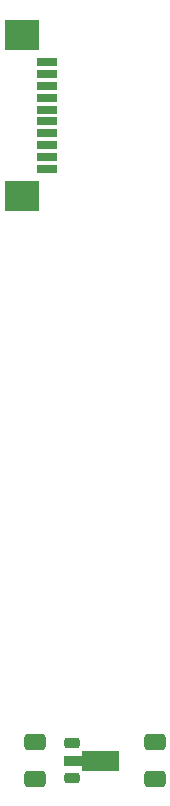
<source format=gbr>
%TF.GenerationSoftware,KiCad,Pcbnew,8.0.3-8.0.3-0~ubuntu22.04.1*%
%TF.CreationDate,2024-10-22T15:42:30+03:00*%
%TF.ProjectId,PM-Debug_v0.0.1,504d2d44-6562-4756-975f-76302e302e31,rev?*%
%TF.SameCoordinates,Original*%
%TF.FileFunction,Paste,Top*%
%TF.FilePolarity,Positive*%
%FSLAX46Y46*%
G04 Gerber Fmt 4.6, Leading zero omitted, Abs format (unit mm)*
G04 Created by KiCad (PCBNEW 8.0.3-8.0.3-0~ubuntu22.04.1) date 2024-10-22 15:42:30*
%MOMM*%
%LPD*%
G01*
G04 APERTURE LIST*
G04 Aperture macros list*
%AMRoundRect*
0 Rectangle with rounded corners*
0 $1 Rounding radius*
0 $2 $3 $4 $5 $6 $7 $8 $9 X,Y pos of 4 corners*
0 Add a 4 corners polygon primitive as box body*
4,1,4,$2,$3,$4,$5,$6,$7,$8,$9,$2,$3,0*
0 Add four circle primitives for the rounded corners*
1,1,$1+$1,$2,$3*
1,1,$1+$1,$4,$5*
1,1,$1+$1,$6,$7*
1,1,$1+$1,$8,$9*
0 Add four rect primitives between the rounded corners*
20,1,$1+$1,$2,$3,$4,$5,0*
20,1,$1+$1,$4,$5,$6,$7,0*
20,1,$1+$1,$6,$7,$8,$9,0*
20,1,$1+$1,$8,$9,$2,$3,0*%
%AMFreePoly0*
4,1,9,3.862500,-0.866500,0.737500,-0.866500,0.737500,-0.450000,-0.737500,-0.450000,-0.737500,0.450000,0.737500,0.450000,0.737500,0.866500,3.862500,0.866500,3.862500,-0.866500,3.862500,-0.866500,$1*%
G04 Aperture macros list end*
%ADD10RoundRect,0.225000X-0.425000X-0.225000X0.425000X-0.225000X0.425000X0.225000X-0.425000X0.225000X0*%
%ADD11FreePoly0,0.000000*%
%ADD12RoundRect,0.250000X0.650000X-0.412500X0.650000X0.412500X-0.650000X0.412500X-0.650000X-0.412500X0*%
%ADD13R,1.803400X0.635000*%
%ADD14R,2.997200X2.590800*%
G04 APERTURE END LIST*
D10*
%TO.C,U1*%
X109810000Y-120420000D03*
D11*
X109897500Y-121920000D03*
D10*
X109810000Y-123420000D03*
%TD*%
D12*
%TO.C,C2*%
X116840000Y-123482500D03*
X116840000Y-120357500D03*
%TD*%
%TO.C,C1*%
X106680000Y-123482500D03*
X106680000Y-120357500D03*
%TD*%
D13*
%TO.C,J1*%
X107696000Y-62810009D03*
X107696000Y-63810007D03*
X107696000Y-64810005D03*
X107696000Y-65810003D03*
X107696000Y-66810001D03*
X107696000Y-67809999D03*
X107696000Y-68809997D03*
X107696000Y-69809995D03*
X107696000Y-70809993D03*
X107696000Y-71809991D03*
D14*
X105525999Y-60459998D03*
X105525999Y-74160002D03*
%TD*%
M02*

</source>
